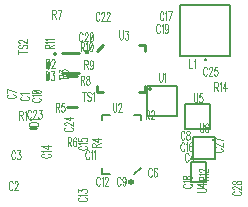
<source format=gto>
G04 DipTrace 2.4.0.2*
%INQiUSBCharger.gto*%
%MOMM*%
%ADD10C,0.25*%
%ADD31C,0.152*%
%ADD48O,0.322X0.33*%
%ADD51O,0.337X0.363*%
%ADD54O,0.341X0.308*%
%ADD57O,0.54X0.475*%
%ADD64O,0.4X0.437*%
%ADD66O,0.21X0.22*%
%ADD69O,0.253X0.267*%
%ADD71O,0.203X0.177*%
%ADD103C,0.118*%
%FSLAX53Y53*%
G04*
G71*
G90*
G75*
G01*
%LNTopSilk*%
%LPD*%
X13229Y17299D2*
D10*
X13729D1*
X14758Y22910D2*
Y22410D1*
X14747Y21912D2*
Y21412D1*
X30163Y23383D2*
D31*
Y27676D1*
X25870D2*
Y23383D1*
X30163D1*
Y27676D2*
X25870D1*
X27973Y23105D2*
Y23110D1*
Y23115D1*
X27974Y23120D1*
X27975Y23126D1*
X27976Y23131D1*
X27977Y23135D1*
X27978Y23140D1*
X27980Y23145D1*
X27981Y23149D1*
X27983Y23153D1*
X27985Y23157D1*
X27987Y23161D1*
X27990Y23164D1*
X27992Y23167D1*
X27995Y23170D1*
X27997Y23173D1*
X28000Y23175D1*
X28003Y23176D1*
X28006Y23178D1*
X28009Y23179D1*
X28012Y23180D1*
X28015D1*
X28018D1*
X28021D1*
X28024Y23179D1*
X28027Y23178D1*
X28030Y23176D1*
X28033Y23175D1*
X28035Y23173D1*
X28038Y23170D1*
X28041Y23167D1*
X28043Y23164D1*
X28045Y23161D1*
X28048Y23157D1*
X28050Y23153D1*
X28051Y23149D1*
X28053Y23145D1*
X28055Y23140D1*
X28056Y23135D1*
X28057Y23131D1*
X28058Y23126D1*
X28059Y23120D1*
Y23115D1*
X28060Y23110D1*
Y23105D1*
Y23100D1*
X28059Y23094D1*
Y23089D1*
X28058Y23084D1*
X28057Y23079D1*
X28056Y23074D1*
X28055Y23069D1*
X28053Y23065D1*
X28051Y23061D1*
X28050Y23056D1*
X28048Y23053D1*
X28045Y23049D1*
X28043Y23045D1*
X28041Y23042D1*
X28038Y23040D1*
X28035Y23037D1*
X28033Y23035D1*
X28030Y23033D1*
X28027Y23032D1*
X28024Y23031D1*
X28021Y23030D1*
X28018D1*
X28015D1*
X28012D1*
X28009Y23031D1*
X28006Y23032D1*
X28003Y23033D1*
X28000Y23035D1*
X27997Y23037D1*
X27995Y23040D1*
X27992Y23042D1*
X27990Y23045D1*
X27987Y23049D1*
X27985Y23053D1*
X27983Y23056D1*
X27981Y23061D1*
X27980Y23065D1*
X27978Y23069D1*
X27977Y23074D1*
X27976Y23079D1*
X27975Y23084D1*
X27974Y23089D1*
X27973Y23094D1*
Y23100D1*
Y23105D1*
X16313Y21708D2*
D10*
X17213D1*
X16313Y19108D2*
X17213D1*
D48*
X15752Y21477D3*
X15865Y23640D2*
D10*
X17365D1*
X15865Y21940D2*
X17365D1*
D51*
X15334Y23551D3*
X25659Y20872D2*
D31*
X23119D1*
Y18332D1*
X25659D1*
Y20872D1*
D54*
X23379Y20639D3*
D57*
X21733Y12757D3*
X21963Y13437D2*
D31*
X22614Y13937D1*
X19313Y17937D2*
Y18437D1*
X19963D1*
X21964D2*
X22614D1*
Y17937D1*
X19963Y13437D2*
X19313D1*
Y13937D1*
D64*
X17981Y23704D3*
X18898Y23849D2*
D10*
X19398Y24349D1*
X22398D2*
X22898D1*
Y23849D1*
Y20849D2*
Y20349D1*
X22398D1*
X18898Y20849D2*
Y20349D1*
X19398D1*
X28134Y12743D2*
D31*
X26834D1*
Y14443D1*
X28134D1*
Y12743D1*
D66*
X26873Y12480D3*
X28446Y17204D2*
D31*
X26346D1*
Y19304D1*
X28446D1*
Y17204D1*
D69*
X28046Y17464D3*
X28890Y16576D2*
D31*
X26990D1*
Y14676D1*
X28890D1*
Y16576D1*
D71*
X28702Y16314D3*
X12546Y19987D2*
D103*
X12474Y19965D1*
X12400Y19921D1*
X12364Y19878D1*
Y19790D1*
X12400Y19746D1*
X12474Y19703D1*
X12546Y19681D1*
X12655Y19659D1*
X12838D1*
X12947Y19681D1*
X13020Y19703D1*
X13093Y19746D1*
X13130Y19790D1*
Y19878D1*
X13093Y19921D1*
X13020Y19965D1*
X12947Y19987D1*
X12511Y20128D2*
X12474Y20172D1*
X12365Y20238D1*
X13130D1*
X11721Y12636D2*
X11700Y12708D1*
X11656Y12782D1*
X11612Y12818D1*
X11525D1*
X11481Y12782D1*
X11437Y12708D1*
X11415Y12636D1*
X11393Y12526D1*
Y12344D1*
X11415Y12235D1*
X11437Y12162D1*
X11481Y12089D1*
X11525Y12052D1*
X11612D1*
X11656Y12089D1*
X11700Y12162D1*
X11721Y12235D1*
X11885Y12635D2*
Y12671D1*
X11906Y12744D1*
X11928Y12781D1*
X11972Y12817D1*
X12060D1*
X12103Y12781D1*
X12125Y12744D1*
X12147Y12671D1*
Y12599D1*
X12125Y12525D1*
X12081Y12417D1*
X11862Y12052D1*
X12169D1*
X11949Y15219D2*
X11927Y15291D1*
X11883Y15365D1*
X11839Y15401D1*
X11752D1*
X11708Y15365D1*
X11665Y15291D1*
X11642Y15219D1*
X11621Y15109D1*
Y14927D1*
X11642Y14818D1*
X11665Y14745D1*
X11708Y14672D1*
X11752Y14635D1*
X11839D1*
X11883Y14672D1*
X11927Y14745D1*
X11949Y14818D1*
X12134Y15400D2*
X12374D1*
X12243Y15109D1*
X12309D1*
X12352Y15072D1*
X12374Y15036D1*
X12396Y14927D1*
Y14854D1*
X12374Y14745D1*
X12330Y14671D1*
X12265Y14635D1*
X12199D1*
X12134Y14671D1*
X12112Y14709D1*
X12090Y14781D1*
X26635Y15027D2*
X26614Y15099D1*
X26570Y15173D1*
X26526Y15209D1*
X26439D1*
X26395Y15173D1*
X26351Y15099D1*
X26329Y15027D1*
X26307Y14917D1*
Y14735D1*
X26329Y14626D1*
X26351Y14553D1*
X26395Y14480D1*
X26439Y14443D1*
X26526D1*
X26570Y14480D1*
X26614Y14553D1*
X26635Y14626D1*
X26995Y14443D2*
Y15208D1*
X26777Y14698D1*
X27105D1*
X23525Y13748D2*
X23504Y13820D1*
X23460Y13893D1*
X23416Y13930D1*
X23329D1*
X23285Y13893D1*
X23241Y13820D1*
X23219Y13748D1*
X23197Y13638D1*
Y13455D1*
X23219Y13347D1*
X23241Y13273D1*
X23285Y13201D1*
X23329Y13164D1*
X23416D1*
X23460Y13201D1*
X23504Y13273D1*
X23525Y13347D1*
X23929Y13820D2*
X23907Y13893D1*
X23841Y13929D1*
X23798D1*
X23732Y13893D1*
X23688Y13783D1*
X23666Y13601D1*
Y13419D1*
X23688Y13273D1*
X23732Y13200D1*
X23798Y13164D1*
X23820D1*
X23885Y13200D1*
X23929Y13273D1*
X23951Y13383D1*
Y13419D1*
X23929Y13529D1*
X23885Y13601D1*
X23820Y13637D1*
X23798D1*
X23732Y13601D1*
X23688Y13529D1*
X23666Y13419D1*
X11396Y20149D2*
X11324Y20128D1*
X11251Y20084D1*
X11215Y20040D1*
Y19953D1*
X11251Y19909D1*
X11324Y19865D1*
X11396Y19843D1*
X11506Y19821D1*
X11689D1*
X11797Y19843D1*
X11871Y19865D1*
X11943Y19909D1*
X11980Y19953D1*
Y20040D1*
X11943Y20084D1*
X11871Y20128D1*
X11797Y20149D1*
X11980Y20378D2*
X11215Y20597D1*
Y20291D1*
X26276Y16892D2*
X26254Y16964D1*
X26210Y17037D1*
X26166Y17074D1*
X26079D1*
X26035Y17037D1*
X25991Y16964D1*
X25969Y16892D1*
X25948Y16782D1*
Y16599D1*
X25969Y16491D1*
X25991Y16418D1*
X26035Y16345D1*
X26079Y16308D1*
X26166D1*
X26210Y16345D1*
X26254Y16418D1*
X26276Y16491D1*
X26526Y17073D2*
X26461Y17037D1*
X26438Y16964D1*
Y16891D1*
X26461Y16818D1*
X26504Y16781D1*
X26592Y16745D1*
X26657Y16709D1*
X26701Y16636D1*
X26722Y16563D1*
Y16454D1*
X26701Y16381D1*
X26679Y16344D1*
X26613Y16308D1*
X26526D1*
X26461Y16344D1*
X26438Y16381D1*
X26417Y16454D1*
Y16563D1*
X26438Y16636D1*
X26482Y16709D1*
X26548Y16745D1*
X26635Y16781D1*
X26679Y16818D1*
X26701Y16891D1*
Y16964D1*
X26679Y17037D1*
X26613Y17073D1*
X26526D1*
X20868Y12996D2*
X20846Y13068D1*
X20802Y13141D1*
X20759Y13178D1*
X20671D1*
X20627Y13141D1*
X20584Y13068D1*
X20562Y12996D1*
X20540Y12886D1*
Y12703D1*
X20562Y12595D1*
X20584Y12521D1*
X20627Y12449D1*
X20671Y12412D1*
X20759D1*
X20802Y12449D1*
X20846Y12521D1*
X20868Y12595D1*
X21294Y12922D2*
X21271Y12813D1*
X21228Y12740D1*
X21162Y12703D1*
X21141D1*
X21075Y12740D1*
X21031Y12813D1*
X21009Y12922D1*
Y12959D1*
X21031Y13068D1*
X21075Y13141D1*
X21141Y13177D1*
X21162D1*
X21228Y13141D1*
X21271Y13068D1*
X21294Y12922D1*
Y12740D1*
X21271Y12558D1*
X21228Y12448D1*
X21162Y12412D1*
X21119D1*
X21053Y12448D1*
X21031Y12521D1*
X13522Y19836D2*
X13450Y19815D1*
X13377Y19771D1*
X13341Y19727D1*
Y19640D1*
X13377Y19596D1*
X13450Y19552D1*
X13522Y19530D1*
X13632Y19508D1*
X13815D1*
X13923Y19530D1*
X13997Y19552D1*
X14069Y19596D1*
X14106Y19640D1*
Y19727D1*
X14069Y19771D1*
X13997Y19815D1*
X13923Y19836D1*
X13487Y19978D2*
X13450Y20022D1*
X13341Y20087D1*
X14106D1*
X13341Y20360D2*
X13378Y20294D1*
X13487Y20250D1*
X13669Y20228D1*
X13779D1*
X13960Y20250D1*
X14070Y20294D1*
X14106Y20360D1*
Y20403D1*
X14070Y20469D1*
X13960Y20512D1*
X13779Y20535D1*
X13669D1*
X13487Y20512D1*
X13378Y20469D1*
X13341Y20403D1*
Y20360D1*
X13487Y20512D2*
X13960Y20250D1*
X18219Y15229D2*
X18197Y15301D1*
X18153Y15374D1*
X18110Y15411D1*
X18022D1*
X17978Y15374D1*
X17935Y15301D1*
X17913Y15229D1*
X17891Y15119D1*
Y14936D1*
X17913Y14828D1*
X17935Y14755D1*
X17978Y14682D1*
X18022Y14645D1*
X18110D1*
X18153Y14682D1*
X18197Y14755D1*
X18219Y14828D1*
X18360Y15264D2*
X18404Y15301D1*
X18470Y15410D1*
Y14645D1*
X18611Y15264D2*
X18655Y15301D1*
X18721Y15410D1*
Y14645D1*
X19118Y12992D2*
X19096Y13065D1*
X19052Y13138D1*
X19009Y13174D1*
X18921D1*
X18877Y13138D1*
X18834Y13065D1*
X18812Y12992D1*
X18790Y12883D1*
Y12700D1*
X18812Y12591D1*
X18834Y12518D1*
X18877Y12446D1*
X18921Y12409D1*
X19009D1*
X19052Y12446D1*
X19096Y12518D1*
X19118Y12591D1*
X19259Y13028D2*
X19303Y13065D1*
X19369Y13174D1*
Y12409D1*
X19532Y12992D2*
Y13028D1*
X19554Y13101D1*
X19576Y13137D1*
X19620Y13174D1*
X19707D1*
X19750Y13137D1*
X19772Y13101D1*
X19794Y13028D1*
Y12955D1*
X19772Y12882D1*
X19729Y12773D1*
X19510Y12409D1*
X19816D1*
X17442Y11417D2*
X17369Y11395D1*
X17296Y11351D1*
X17260Y11307D1*
Y11220D1*
X17296Y11176D1*
X17369Y11133D1*
X17442Y11110D1*
X17551Y11089D1*
X17734D1*
X17843Y11110D1*
X17916Y11133D1*
X17988Y11176D1*
X18025Y11220D1*
Y11307D1*
X17988Y11351D1*
X17916Y11395D1*
X17843Y11417D1*
X17406Y11558D2*
X17369Y11602D1*
X17261Y11667D1*
X18025D1*
X17261Y11853D2*
Y12093D1*
X17552Y11962D1*
Y12027D1*
X17588Y12071D1*
X17625Y12093D1*
X17734Y12115D1*
X17806D1*
X17916Y12093D1*
X17989Y12049D1*
X18025Y11984D1*
Y11918D1*
X17989Y11853D1*
X17952Y11831D1*
X17880Y11809D1*
X14349Y15125D2*
X14277Y15104D1*
X14203Y15060D1*
X14167Y15016D1*
Y14929D1*
X14203Y14885D1*
X14277Y14841D1*
X14349Y14819D1*
X14459Y14797D1*
X14641D1*
X14750Y14819D1*
X14823Y14841D1*
X14896Y14885D1*
X14933Y14929D1*
Y15016D1*
X14896Y15060D1*
X14823Y15104D1*
X14750Y15125D1*
X14314Y15267D2*
X14277Y15311D1*
X14168Y15376D1*
X14933D1*
Y15736D2*
X14168D1*
X14678Y15517D1*
Y15845D1*
X17477Y15788D2*
X17405Y15766D1*
X17331Y15722D1*
X17295Y15679D1*
Y15592D1*
X17331Y15548D1*
X17405Y15504D1*
X17477Y15482D1*
X17587Y15460D1*
X17769D1*
X17878Y15482D1*
X17951Y15504D1*
X18024Y15548D1*
X18061Y15592D1*
Y15679D1*
X18024Y15722D1*
X17951Y15766D1*
X17878Y15788D1*
X17442Y15929D2*
X17405Y15973D1*
X17296Y16039D1*
X18061D1*
X17296Y16443D2*
Y16224D1*
X17624Y16202D1*
X17587Y16224D1*
X17550Y16290D1*
Y16355D1*
X17587Y16421D1*
X17660Y16465D1*
X17769Y16486D1*
X17842D1*
X17951Y16465D1*
X18025Y16421D1*
X18061Y16355D1*
Y16290D1*
X18025Y16224D1*
X17987Y16202D1*
X17915Y16180D1*
X26264Y15904D2*
X26242Y15977D1*
X26198Y16050D1*
X26155Y16086D1*
X26067D1*
X26023Y16050D1*
X25980Y15977D1*
X25958Y15904D1*
X25936Y15795D1*
Y15612D1*
X25958Y15503D1*
X25980Y15430D1*
X26023Y15358D1*
X26067Y15321D1*
X26155D1*
X26198Y15358D1*
X26242Y15430D1*
X26264Y15503D1*
X26405Y15940D2*
X26449Y15977D1*
X26515Y16085D1*
Y15321D1*
X26918Y15977D2*
X26896Y16049D1*
X26831Y16085D1*
X26787D1*
X26722Y16049D1*
X26678Y15940D1*
X26656Y15758D1*
Y15576D1*
X26678Y15430D1*
X26722Y15357D1*
X26787Y15321D1*
X26809D1*
X26874Y15357D1*
X26918Y15430D1*
X26940Y15540D1*
Y15576D1*
X26918Y15685D1*
X26874Y15758D1*
X26809Y15794D1*
X26787D1*
X26722Y15758D1*
X26678Y15685D1*
X26656Y15576D1*
X24495Y26994D2*
X24473Y27066D1*
X24429Y27139D1*
X24386Y27175D1*
X24299D1*
X24255Y27139D1*
X24211Y27066D1*
X24189Y26994D1*
X24167Y26884D1*
Y26701D1*
X24189Y26593D1*
X24211Y26519D1*
X24255Y26447D1*
X24299Y26410D1*
X24386D1*
X24429Y26447D1*
X24473Y26519D1*
X24495Y26593D1*
X24636Y27029D2*
X24680Y27066D1*
X24746Y27175D1*
Y26410D1*
X24975D2*
X25193Y27175D1*
X24887D1*
X26304Y12560D2*
X26231Y12538D1*
X26158Y12494D1*
X26122Y12450D1*
Y12363D1*
X26158Y12319D1*
X26231Y12276D1*
X26304Y12253D1*
X26413Y12232D1*
X26596D1*
X26705Y12253D1*
X26778Y12276D1*
X26850Y12319D1*
X26887Y12363D1*
Y12450D1*
X26850Y12494D1*
X26778Y12538D1*
X26705Y12560D1*
X26268Y12701D2*
X26231Y12745D1*
X26122Y12810D1*
X26887D1*
X26122Y13061D2*
X26159Y12996D1*
X26231Y12973D1*
X26304D1*
X26377Y12996D1*
X26414Y13039D1*
X26450Y13126D1*
X26486Y13192D1*
X26560Y13236D1*
X26632Y13257D1*
X26742D1*
X26814Y13236D1*
X26851Y13214D1*
X26887Y13148D1*
Y13061D1*
X26851Y12996D1*
X26814Y12973D1*
X26742Y12952D1*
X26632D1*
X26560Y12973D1*
X26486Y13017D1*
X26450Y13083D1*
X26414Y13170D1*
X26377Y13214D1*
X26304Y13236D1*
X26231D1*
X26159Y13214D1*
X26122Y13148D1*
Y13061D1*
X24205Y25926D2*
X24183Y25999D1*
X24139Y26072D1*
X24095Y26108D1*
X24008D1*
X23964Y26072D1*
X23921Y25999D1*
X23898Y25926D1*
X23877Y25817D1*
Y25634D1*
X23898Y25525D1*
X23921Y25452D1*
X23964Y25380D1*
X24008Y25343D1*
X24095D1*
X24139Y25380D1*
X24183Y25452D1*
X24205Y25525D1*
X24346Y25962D2*
X24390Y25999D1*
X24455Y26107D1*
Y25343D1*
X24881Y25853D2*
X24859Y25743D1*
X24815Y25670D1*
X24750Y25634D1*
X24728D1*
X24662Y25670D1*
X24619Y25743D1*
X24597Y25853D1*
Y25889D1*
X24619Y25999D1*
X24662Y26071D1*
X24728Y26107D1*
X24750D1*
X24815Y26071D1*
X24859Y25999D1*
X24881Y25853D1*
Y25670D1*
X24859Y25488D1*
X24815Y25379D1*
X24750Y25343D1*
X24706D1*
X24641Y25379D1*
X24619Y25452D1*
X17651Y25217D2*
X17629Y25289D1*
X17585Y25363D1*
X17542Y25399D1*
X17454D1*
X17410Y25363D1*
X17367Y25289D1*
X17345Y25217D1*
X17323Y25107D1*
Y24925D1*
X17345Y24816D1*
X17367Y24743D1*
X17410Y24670D1*
X17454Y24633D1*
X17542D1*
X17585Y24670D1*
X17629Y24743D1*
X17651Y24816D1*
X17814Y25216D2*
Y25252D1*
X17836Y25325D1*
X17858Y25362D1*
X17902Y25398D1*
X17989D1*
X18033Y25362D1*
X18054Y25325D1*
X18076Y25252D1*
Y25180D1*
X18054Y25106D1*
X18011Y24998D1*
X17792Y24633D1*
X18098D1*
X18371Y25398D2*
X18305Y25362D1*
X18261Y25252D1*
X18239Y25070D1*
Y24961D1*
X18261Y24779D1*
X18305Y24669D1*
X18371Y24633D1*
X18414D1*
X18480Y24669D1*
X18523Y24779D1*
X18546Y24961D1*
Y25070D1*
X18523Y25252D1*
X18480Y25362D1*
X18414Y25398D1*
X18371D1*
X18523Y25252D2*
X18261Y24779D1*
X19073Y26960D2*
X19052Y27032D1*
X19008Y27106D1*
X18964Y27142D1*
X18877D1*
X18833Y27106D1*
X18789Y27032D1*
X18767Y26960D1*
X18745Y26850D1*
Y26668D1*
X18767Y26559D1*
X18789Y26486D1*
X18833Y26413D1*
X18877Y26376D1*
X18964D1*
X19008Y26413D1*
X19052Y26486D1*
X19073Y26559D1*
X19237Y26959D2*
Y26995D1*
X19259Y27069D1*
X19280Y27105D1*
X19324Y27141D1*
X19412D1*
X19455Y27105D1*
X19477Y27069D1*
X19499Y26995D1*
Y26923D1*
X19477Y26850D1*
X19433Y26741D1*
X19215Y26376D1*
X19521D1*
X19684Y26959D2*
Y26995D1*
X19706Y27069D1*
X19728Y27105D1*
X19772Y27141D1*
X19859D1*
X19903Y27105D1*
X19924Y27069D1*
X19947Y26995D1*
Y26923D1*
X19924Y26850D1*
X19881Y26741D1*
X19662Y26376D1*
X19968D1*
X13300Y18667D2*
X13278Y18739D1*
X13235Y18812D1*
X13191Y18848D1*
X13104D1*
X13060Y18812D1*
X13016Y18739D1*
X12994Y18667D1*
X12972Y18557D1*
Y18374D1*
X12994Y18266D1*
X13016Y18192D1*
X13060Y18120D1*
X13104Y18083D1*
X13191D1*
X13235Y18120D1*
X13278Y18192D1*
X13300Y18266D1*
X13464Y18666D2*
Y18702D1*
X13485Y18775D1*
X13507Y18811D1*
X13551Y18848D1*
X13639D1*
X13682Y18811D1*
X13704Y18775D1*
X13726Y18702D1*
Y18629D1*
X13704Y18556D1*
X13660Y18448D1*
X13441Y18083D1*
X13748D1*
X13933Y18848D2*
X14173D1*
X14042Y18556D1*
X14108D1*
X14151Y18520D1*
X14173Y18484D1*
X14195Y18374D1*
Y18302D1*
X14173Y18192D1*
X14129Y18119D1*
X14064Y18083D1*
X13998D1*
X13933Y18119D1*
X13911Y18156D1*
X13889Y18229D1*
X16262Y17348D2*
X16189Y17327D1*
X16116Y17283D1*
X16080Y17239D1*
Y17152D1*
X16116Y17108D1*
X16189Y17064D1*
X16262Y17042D1*
X16371Y17020D1*
X16554D1*
X16663Y17042D1*
X16736Y17064D1*
X16808Y17108D1*
X16845Y17152D1*
Y17239D1*
X16808Y17283D1*
X16736Y17327D1*
X16663Y17348D1*
X16263Y17512D2*
X16226D1*
X16153Y17534D1*
X16117Y17555D1*
X16081Y17599D1*
Y17687D1*
X16117Y17730D1*
X16153Y17752D1*
X16226Y17774D1*
X16299D1*
X16372Y17752D1*
X16481Y17708D1*
X16845Y17490D1*
Y17796D1*
Y18156D2*
X16081D1*
X16590Y17937D1*
Y18265D1*
X28187Y22307D2*
X28165Y22380D1*
X28121Y22453D1*
X28077Y22489D1*
X27990D1*
X27946Y22453D1*
X27903Y22380D1*
X27880Y22307D1*
X27859Y22198D1*
Y22015D1*
X27880Y21906D1*
X27903Y21833D1*
X27946Y21761D1*
X27990Y21724D1*
X28077D1*
X28121Y21761D1*
X28165Y21833D1*
X28187Y21906D1*
X28350Y22307D2*
Y22343D1*
X28372Y22416D1*
X28394Y22452D1*
X28437Y22488D1*
X28525D1*
X28568Y22452D1*
X28590Y22416D1*
X28612Y22343D1*
Y22270D1*
X28590Y22197D1*
X28547Y22088D1*
X28328Y21724D1*
X28634D1*
X29038Y22488D2*
X28819D1*
X28797Y22161D1*
X28819Y22197D1*
X28885Y22234D1*
X28950D1*
X29016Y22197D1*
X29060Y22125D1*
X29082Y22015D1*
Y21943D1*
X29060Y21833D1*
X29016Y21760D1*
X28950Y21724D1*
X28885D1*
X28819Y21760D1*
X28797Y21797D1*
X28775Y21869D1*
X28927Y15566D2*
X28854Y15544D1*
X28781Y15500D1*
X28745Y15457D1*
Y15369D1*
X28781Y15325D1*
X28854Y15282D1*
X28927Y15259D1*
X29036Y15238D1*
X29219D1*
X29327Y15259D1*
X29401Y15282D1*
X29473Y15325D1*
X29510Y15369D1*
Y15457D1*
X29473Y15500D1*
X29401Y15544D1*
X29327Y15566D1*
X28927Y15729D2*
X28891D1*
X28818Y15751D1*
X28782Y15773D1*
X28745Y15817D1*
Y15904D1*
X28782Y15947D1*
X28818Y15969D1*
X28891Y15991D1*
X28964D1*
X29037Y15969D1*
X29146Y15926D1*
X29510Y15707D1*
Y16013D1*
Y16242D2*
X28745Y16461D1*
Y16154D1*
X30499Y11935D2*
X30426Y11913D1*
X30353Y11869D1*
X30317Y11826D1*
Y11738D1*
X30353Y11694D1*
X30426Y11651D1*
X30499Y11629D1*
X30608Y11607D1*
X30791D1*
X30900Y11629D1*
X30973Y11651D1*
X31046Y11694D1*
X31083Y11738D1*
Y11826D1*
X31046Y11869D1*
X30973Y11913D1*
X30900Y11935D1*
X30500Y12098D2*
X30464D1*
X30390Y12120D1*
X30354Y12142D1*
X30318Y12186D1*
Y12273D1*
X30354Y12317D1*
X30390Y12338D1*
X30464Y12361D1*
X30536D1*
X30609Y12338D1*
X30718Y12295D1*
X31083Y12076D1*
Y12382D1*
X30318Y12633D2*
X30354Y12568D1*
X30426Y12545D1*
X30500D1*
X30572Y12568D1*
X30609Y12611D1*
X30645Y12698D1*
X30682Y12764D1*
X30755Y12808D1*
X30827Y12829D1*
X30937D1*
X31009Y12808D1*
X31046Y12786D1*
X31083Y12720D1*
Y12633D1*
X31046Y12568D1*
X31009Y12545D1*
X30937Y12524D1*
X30827D1*
X30755Y12545D1*
X30682Y12589D1*
X30645Y12654D1*
X30609Y12742D1*
X30572Y12786D1*
X30500Y12808D1*
X30426D1*
X30354Y12786D1*
X30318Y12720D1*
Y12633D1*
X13115Y17494D2*
X13881D1*
Y17647D1*
X13844Y17713D1*
X13771Y17757D1*
X13698Y17779D1*
X13589Y17800D1*
X13407D1*
X13297Y17779D1*
X13225Y17757D1*
X13151Y17713D1*
X13115Y17647D1*
Y17494D1*
X13262Y17942D2*
X13225Y17986D1*
X13116Y18051D1*
X13881D1*
X14545Y23139D2*
Y22374D1*
X14698D1*
X14764Y22411D1*
X14808Y22483D1*
X14830Y22557D1*
X14851Y22665D1*
Y22848D1*
X14830Y22958D1*
X14808Y23030D1*
X14764Y23103D1*
X14698Y23139D1*
X14545D1*
X15015Y22957D2*
Y22993D1*
X15037Y23066D1*
X15058Y23102D1*
X15102Y23139D1*
X15190D1*
X15233Y23102D1*
X15255Y23066D1*
X15277Y22993D1*
Y22920D1*
X15255Y22847D1*
X15211Y22739D1*
X14993Y22374D1*
X15299D1*
X14513Y22110D2*
Y21344D1*
X14667D1*
X14732Y21381D1*
X14776Y21454D1*
X14798Y21527D1*
X14820Y21636D1*
Y21818D1*
X14798Y21928D1*
X14776Y22000D1*
X14732Y22074D1*
X14667Y22110D1*
X14513D1*
X15005Y22109D2*
X15245D1*
X15114Y21818D1*
X15180D1*
X15223Y21781D1*
X15245Y21745D1*
X15267Y21636D1*
Y21563D1*
X15245Y21454D1*
X15201Y21380D1*
X15136Y21344D1*
X15070D1*
X15005Y21380D1*
X14983Y21417D1*
X14961Y21490D1*
X26689Y23158D2*
Y22392D1*
X26952D1*
X27093Y23011D2*
X27137Y23049D1*
X27202Y23157D1*
Y22392D1*
X12295Y18404D2*
X12491D1*
X12557Y18441D1*
X12579Y18478D1*
X12601Y18550D1*
Y18623D1*
X12579Y18696D1*
X12557Y18733D1*
X12491Y18769D1*
X12295D1*
Y18003D1*
X12448Y18404D2*
X12601Y18003D1*
X12742Y18623D2*
X12786Y18660D1*
X12852Y18768D1*
Y18003D1*
X22981Y18432D2*
X23178D1*
X23244Y18469D1*
X23266Y18505D1*
X23288Y18577D1*
Y18651D1*
X23266Y18723D1*
X23244Y18760D1*
X23178Y18796D1*
X22981D1*
Y18031D1*
X23135Y18432D2*
X23288Y18031D1*
X23451Y18614D2*
Y18650D1*
X23473Y18723D1*
X23495Y18759D1*
X23539Y18796D1*
X23626D1*
X23669Y18759D1*
X23691Y18723D1*
X23713Y18650D1*
Y18577D1*
X23691Y18504D1*
X23648Y18396D1*
X23429Y18031D1*
X23735D1*
X15989Y21509D2*
Y21706D1*
X15952Y21771D1*
X15916Y21794D1*
X15844Y21815D1*
X15770D1*
X15698Y21794D1*
X15661Y21771D1*
X15625Y21706D1*
Y21509D1*
X16390D1*
X15989Y21662D2*
X16390Y21815D1*
X15626Y22000D2*
Y22240D1*
X15917Y22110D1*
Y22175D1*
X15953Y22219D1*
X15989Y22240D1*
X16099Y22263D1*
X16171D1*
X16281Y22240D1*
X16354Y22197D1*
X16390Y22131D1*
Y22066D1*
X16354Y22000D1*
X16317Y21979D1*
X16245Y21956D1*
X18775Y15698D2*
Y15895D1*
X18738Y15961D1*
X18702Y15983D1*
X18629Y16005D1*
X18556D1*
X18484Y15983D1*
X18447Y15961D1*
X18410Y15895D1*
Y15698D1*
X19176D1*
X18775Y15851D2*
X19176Y16005D1*
Y16365D2*
X18411D1*
X18921Y16146D1*
Y16474D1*
X15380Y19062D2*
X15577D1*
X15642Y19099D1*
X15664Y19135D1*
X15686Y19208D1*
Y19281D1*
X15664Y19353D1*
X15642Y19390D1*
X15577Y19427D1*
X15380D1*
Y18661D1*
X15533Y19062D2*
X15686Y18661D1*
X16090Y19426D2*
X15871D1*
X15850Y19098D1*
X15871Y19134D1*
X15937Y19171D1*
X16002D1*
X16068Y19134D1*
X16112Y19062D1*
X16134Y18952D1*
Y18880D1*
X16112Y18770D1*
X16068Y18697D1*
X16002Y18661D1*
X15937D1*
X15871Y18697D1*
X15850Y18734D1*
X15827Y18807D1*
X16387Y16152D2*
X16583D1*
X16649Y16189D1*
X16671Y16225D1*
X16693Y16297D1*
Y16371D1*
X16671Y16443D1*
X16649Y16480D1*
X16583Y16516D1*
X16387D1*
Y15751D1*
X16540Y16152D2*
X16693Y15751D1*
X17097Y16407D2*
X17075Y16479D1*
X17009Y16516D1*
X16966D1*
X16900Y16479D1*
X16856Y16370D1*
X16834Y16188D1*
Y16006D1*
X16856Y15860D1*
X16900Y15787D1*
X16966Y15751D1*
X16987D1*
X17053Y15787D1*
X17097Y15860D1*
X17118Y15970D1*
Y16006D1*
X17097Y16115D1*
X17053Y16188D1*
X16987Y16224D1*
X16966D1*
X16900Y16188D1*
X16856Y16115D1*
X16834Y16006D1*
X15081Y26939D2*
X15278D1*
X15343Y26976D1*
X15366Y27013D1*
X15387Y27085D1*
Y27158D1*
X15366Y27231D1*
X15343Y27268D1*
X15278Y27304D1*
X15081D1*
Y26538D1*
X15234Y26939D2*
X15387Y26538D1*
X15616D2*
X15835Y27303D1*
X15529D1*
X17500Y21375D2*
X17697D1*
X17763Y21412D1*
X17785Y21448D1*
X17807Y21521D1*
Y21594D1*
X17785Y21667D1*
X17763Y21704D1*
X17697Y21740D1*
X17500D1*
Y20974D1*
X17654Y21375D2*
X17807Y20974D1*
X18057Y21739D2*
X17992Y21703D1*
X17970Y21630D1*
Y21557D1*
X17992Y21485D1*
X18035Y21448D1*
X18123Y21411D1*
X18188Y21375D1*
X18232Y21302D1*
X18254Y21229D1*
Y21120D1*
X18232Y21047D1*
X18210Y21010D1*
X18144Y20974D1*
X18057D1*
X17992Y21010D1*
X17970Y21047D1*
X17948Y21120D1*
Y21229D1*
X17970Y21302D1*
X18014Y21375D1*
X18079Y21411D1*
X18166Y21448D1*
X18210Y21485D1*
X18232Y21557D1*
Y21630D1*
X18210Y21703D1*
X18144Y21739D1*
X18057D1*
X17793Y22683D2*
X17990D1*
X18055Y22720D1*
X18078Y22756D1*
X18099Y22829D1*
Y22902D1*
X18078Y22975D1*
X18055Y23012D1*
X17990Y23048D1*
X17793D1*
Y22282D1*
X17946Y22683D2*
X18099Y22282D1*
X18525Y22793D2*
X18503Y22683D1*
X18459Y22610D1*
X18394Y22574D1*
X18372D1*
X18306Y22610D1*
X18263Y22683D1*
X18240Y22793D1*
Y22829D1*
X18263Y22938D1*
X18306Y23011D1*
X18372Y23047D1*
X18394D1*
X18459Y23011D1*
X18503Y22938D1*
X18525Y22793D1*
Y22610D1*
X18503Y22428D1*
X18459Y22318D1*
X18394Y22282D1*
X18350D1*
X18284Y22318D1*
X18263Y22392D1*
X17487Y24193D2*
X17683D1*
X17749Y24230D1*
X17771Y24266D1*
X17793Y24339D1*
Y24412D1*
X17771Y24485D1*
X17749Y24522D1*
X17683Y24558D1*
X17487D1*
Y23792D1*
X17640Y24193D2*
X17793Y23792D1*
X17934Y24411D2*
X17978Y24448D1*
X18044Y24557D1*
Y23792D1*
X18317Y24557D2*
X18251Y24521D1*
X18207Y24411D1*
X18185Y24229D1*
Y24120D1*
X18207Y23938D1*
X18251Y23828D1*
X18317Y23792D1*
X18360D1*
X18426Y23828D1*
X18469Y23938D1*
X18491Y24120D1*
Y24229D1*
X18469Y24411D1*
X18426Y24521D1*
X18360Y24557D1*
X18317D1*
X18469Y24411D2*
X18207Y23938D1*
X14825Y24046D2*
Y24242D1*
X14788Y24308D1*
X14752Y24330D1*
X14679Y24352D1*
X14606D1*
X14533Y24330D1*
X14496Y24308D1*
X14460Y24242D1*
Y24046D1*
X15226D1*
X14825Y24199D2*
X15226Y24352D1*
X14607Y24493D2*
X14570Y24537D1*
X14461Y24603D1*
X15226D1*
X14607Y24744D2*
X14570Y24788D1*
X14461Y24854D1*
X15226D1*
X27838Y12859D2*
Y13055D1*
X27801Y13121D1*
X27765Y13143D1*
X27693Y13165D1*
X27619D1*
X27547Y13143D1*
X27510Y13121D1*
X27474Y13055D1*
Y12859D1*
X28239D1*
X27838Y13012D2*
X28239Y13165D1*
X27620Y13306D2*
X27583Y13350D1*
X27474Y13416D1*
X28239D1*
X27656Y13579D2*
X27620D1*
X27547Y13601D1*
X27511Y13623D1*
X27474Y13667D1*
Y13754D1*
X27511Y13797D1*
X27547Y13819D1*
X27620Y13841D1*
X27693D1*
X27766Y13819D1*
X27875Y13776D1*
X28239Y13557D1*
Y13863D1*
X28812Y20811D2*
X29009D1*
X29075Y20848D1*
X29097Y20884D1*
X29119Y20956D1*
Y21030D1*
X29097Y21102D1*
X29075Y21139D1*
X29009Y21175D1*
X28812D1*
Y20410D1*
X28966Y20811D2*
X29119Y20410D1*
X29260Y21029D2*
X29304Y21066D1*
X29370Y21174D1*
Y20410D1*
X29730D2*
Y21174D1*
X29511Y20665D1*
X29839D1*
X17744Y20361D2*
Y19596D1*
X17591Y20361D2*
X17897D1*
X18345Y20252D2*
X18301Y20325D1*
X18235Y20361D1*
X18148D1*
X18082Y20325D1*
X18038Y20252D1*
Y20179D1*
X18061Y20106D1*
X18082Y20070D1*
X18126Y20034D1*
X18257Y19960D1*
X18301Y19924D1*
X18323Y19887D1*
X18345Y19815D1*
Y19705D1*
X18301Y19633D1*
X18235Y19596D1*
X18148D1*
X18082Y19633D1*
X18038Y19705D1*
X18486Y20215D2*
X18530Y20252D1*
X18595Y20360D1*
Y19596D1*
X12202Y23747D2*
X12967D1*
X12202Y23594D2*
Y23900D1*
X12311Y24347D2*
X12238Y24304D1*
X12202Y24238D1*
Y24151D1*
X12238Y24085D1*
X12311Y24041D1*
X12384D1*
X12457Y24063D1*
X12493Y24085D1*
X12529Y24128D1*
X12603Y24260D1*
X12639Y24304D1*
X12676Y24325D1*
X12748Y24347D1*
X12858D1*
X12930Y24304D1*
X12967Y24238D1*
Y24151D1*
X12930Y24085D1*
X12858Y24041D1*
X12384Y24511D2*
X12348D1*
X12275Y24532D1*
X12239Y24554D1*
X12203Y24598D1*
Y24685D1*
X12239Y24729D1*
X12275Y24751D1*
X12348Y24773D1*
X12421D1*
X12494Y24751D1*
X12603Y24707D1*
X12967Y24488D1*
Y24795D1*
X24111Y21988D2*
Y21442D1*
X24133Y21332D1*
X24176Y21260D1*
X24242Y21223D1*
X24286D1*
X24351Y21260D1*
X24395Y21332D1*
X24417Y21442D1*
Y21988D1*
X24558Y21842D2*
X24602Y21879D1*
X24668Y21987D1*
Y21223D1*
X20210Y19444D2*
Y18897D1*
X20232Y18788D1*
X20276Y18715D1*
X20342Y18678D1*
X20385D1*
X20451Y18715D1*
X20495Y18788D1*
X20517Y18897D1*
Y19444D1*
X20680Y19261D2*
Y19297D1*
X20702Y19371D1*
X20723Y19407D1*
X20767Y19443D1*
X20855D1*
X20898Y19407D1*
X20920Y19371D1*
X20942Y19297D1*
Y19225D1*
X20920Y19152D1*
X20877Y19043D1*
X20658Y18678D1*
X20964D1*
X20766Y25555D2*
Y25008D1*
X20788Y24898D1*
X20832Y24826D1*
X20898Y24789D1*
X20941D1*
X21007Y24826D1*
X21051Y24898D1*
X21073Y25008D1*
Y25555D1*
X21258Y25554D2*
X21498D1*
X21367Y25262D1*
X21433D1*
X21476Y25226D1*
X21498Y25190D1*
X21520Y25080D1*
Y25008D1*
X21498Y24898D1*
X21454Y24825D1*
X21389Y24789D1*
X21323D1*
X21258Y24825D1*
X21236Y24862D1*
X21214Y24935D1*
X27344Y11887D2*
X27891D1*
X28000Y11909D1*
X28073Y11953D1*
X28110Y12019D1*
Y12062D1*
X28073Y12128D1*
X28000Y12172D1*
X27891Y12194D1*
X27344D1*
X28110Y12554D2*
X27345D1*
X27854Y12335D1*
Y12663D1*
X27066Y20229D2*
Y19682D1*
X27088Y19572D1*
X27132Y19500D1*
X27198Y19463D1*
X27241D1*
X27307Y19500D1*
X27351Y19572D1*
X27373Y19682D1*
Y20229D1*
X27776Y20228D2*
X27558D1*
X27536Y19900D1*
X27558Y19936D1*
X27623Y19973D1*
X27689D1*
X27754Y19936D1*
X27798Y19864D1*
X27820Y19754D1*
Y19682D1*
X27798Y19572D1*
X27754Y19499D1*
X27689Y19463D1*
X27623D1*
X27558Y19499D1*
X27536Y19536D1*
X27514Y19609D1*
X27574Y17691D2*
Y17145D1*
X27596Y17035D1*
X27640Y16963D1*
X27706Y16926D1*
X27749D1*
X27815Y16963D1*
X27859Y17035D1*
X27881Y17145D1*
Y17691D1*
X28284Y17582D2*
X28262Y17654D1*
X28197Y17691D1*
X28153D1*
X28087Y17654D1*
X28043Y17545D1*
X28022Y17363D1*
Y17181D1*
X28043Y17035D1*
X28087Y16962D1*
X28153Y16926D1*
X28175D1*
X28240Y16962D1*
X28284Y17035D1*
X28306Y17145D1*
Y17181D1*
X28284Y17291D1*
X28240Y17363D1*
X28175Y17399D1*
X28153D1*
X28087Y17363D1*
X28043Y17291D1*
X28022Y17181D1*
M02*

</source>
